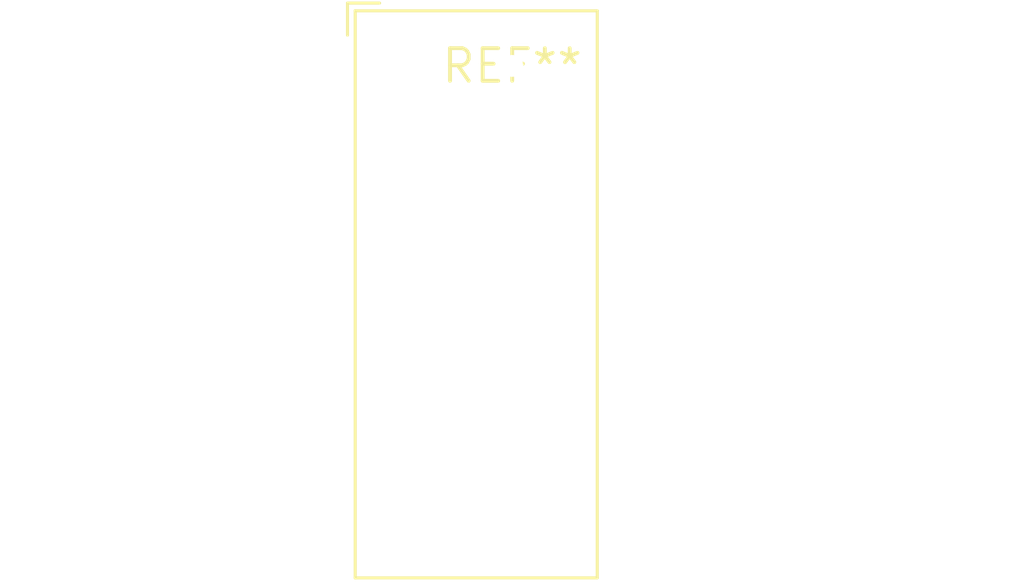
<source format=kicad_pcb>
(kicad_pcb (version 20240108) (generator pcbnew)
  (layers (0 "F.Cu" signal) (31 "B.Cu" signal) (34 "B.Paste" user) (35 "F.Paste" user) (36 "B.SilkS" user "B.Silkscreen") (37 "F.SilkS" user "F.Silkscreen") (38 "B.Mask" user) (39 "F.Mask" user) (44 "Edge.Cuts" user))
  (net 0 "")
  (footprint "Converter_DCDC_XP_POWER-ITxxxxxS_THT" (layer "F.Cu") (at 0 0)
    (property "Reference" "REF**")
    (property "Value" "Converter_DCDC_XP_POWER-ITxxxxxS_THT")
    (fp_line (start -6.41 -2.445) (end -6.41 -1.195) (layer "F.SilkS") (stroke (width 0.12)))
    (fp_line (start -6.11 -2.145) (end -6.11 19.925) (layer "F.SilkS") (stroke (width 0.12)))
    (fp_line (start -6.11 19.925) (end 3.31 19.925) (layer "F.SilkS") (stroke (width 0.12)))
    (fp_line (start -5.16 -2.445) (end -6.41 -2.445) (layer "F.SilkS") (stroke (width 0.12)))
    (fp_line (start 3.31 -2.145) (end -6.11 -2.145) (layer "F.SilkS") (stroke (width 0.12)))
    (fp_line (start 3.31 19.925) (end 3.31 -2.145) (layer "F.SilkS") (stroke (width 0.12)))
    (pad "1" thru_hole rect (at 0 0) (size 1.85 1.85) (drill 0.85) (layers *.Cu *.Mask) (remove_unused_layers))
    (pad "2" thru_hole circle (at 0 2.54) (size 1.85 1.85) (drill 0.85) (layers *.Cu *.Mask) (remove_unused_layers))
    (pad "3" thru_hole circle (at 0 5.08) (size 1.85 1.85) (drill 0.85) (layers *.Cu *.Mask) (remove_unused_layers))
    (pad "5" thru_hole circle (at 0 10.16) (size 1.85 1.85) (drill 0.85) (layers *.Cu *.Mask) (remove_unused_layers))
    (pad "6" thru_hole circle (at 0 12.7) (size 1.85 1.85) (drill 0.85) (layers *.Cu *.Mask) (remove_unused_layers))
    (pad "7" thru_hole circle (at 0 15.24) (size 1.85 1.85) (drill 0.85) (layers *.Cu *.Mask) (remove_unused_layers))
    (pad "8" thru_hole circle (at 0 17.78) (size 1.85 1.85) (drill 0.85) (layers *.Cu *.Mask) (remove_unused_layers))
  )
)
</source>
